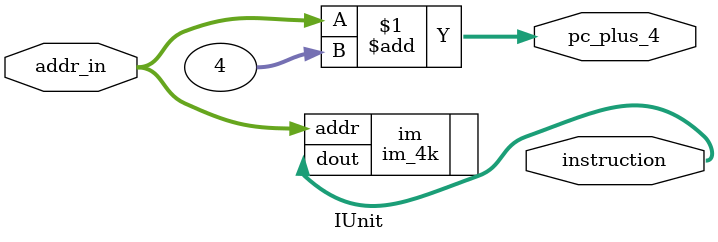
<source format=v>
module IUnit (addr_in,instruction,pc_plus_4);
	input[31:0] addr_in;
	output [31:0] instruction,pc_plus_4;

	im_4k im(.addr(addr_in),.dout(instruction));
	assign pc_plus_4 = addr_in + 4;
	
endmodule
</source>
